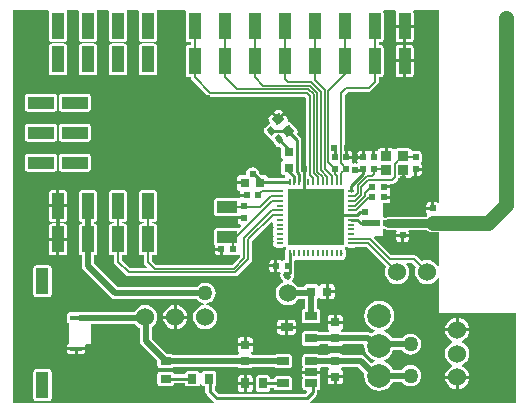
<source format=gtl>
G04 Layer_Physical_Order=1*
G04 Layer_Color=255*
%FSLAX25Y25*%
%MOIN*%
G70*
G01*
G75*
%ADD10R,0.04016X0.08622*%
%ADD11R,0.08622X0.04016*%
%ADD12R,0.01968X0.02362*%
%ADD13R,0.02362X0.01968*%
%ADD14R,0.03937X0.02756*%
%ADD15R,0.03150X0.02953*%
%ADD16R,0.04000X0.03000*%
%ADD17R,0.02953X0.03150*%
%ADD18R,0.03000X0.03200*%
%ADD19R,0.02756X0.03543*%
%ADD20R,0.03543X0.02756*%
%ADD21R,0.18504X0.18504*%
%ADD22O,0.00787X0.02559*%
%ADD23O,0.02559X0.00787*%
G04:AMPARAMS|DCode=24|XSize=31.5mil|YSize=29.53mil|CornerRadius=0mil|HoleSize=0mil|Usage=FLASHONLY|Rotation=40.000|XOffset=0mil|YOffset=0mil|HoleType=Round|Shape=Rectangle|*
%AMROTATEDRECTD24*
4,1,4,-0.00257,-0.02143,-0.02155,0.00119,0.00257,0.02143,0.02155,-0.00119,-0.00257,-0.02143,0.0*
%
%ADD24ROTATEDRECTD24*%

G04:AMPARAMS|DCode=25|XSize=19.68mil|YSize=25.59mil|CornerRadius=0mil|HoleSize=0mil|Usage=FLASHONLY|Rotation=40.000|XOffset=0mil|YOffset=0mil|HoleType=Round|Shape=Rectangle|*
%AMROTATEDRECTD25*
4,1,4,0.00069,-0.01613,-0.01576,0.00348,-0.00069,0.01613,0.01576,-0.00348,0.00069,-0.01613,0.0*
%
%ADD25ROTATEDRECTD25*%

%ADD26R,0.07087X0.03937*%
%ADD27R,0.02559X0.01968*%
%ADD28R,0.03740X0.03347*%
%ADD29R,0.03937X0.01772*%
%ADD30C,0.00900*%
%ADD31C,0.01000*%
%ADD32C,0.01968*%
%ADD33C,0.01500*%
%ADD34C,0.00598*%
%ADD35C,0.05000*%
%ADD36C,0.03000*%
%ADD37C,0.00600*%
%ADD38C,0.02000*%
%ADD39C,0.01100*%
%ADD40C,0.00800*%
%ADD41C,0.06000*%
%ADD42C,0.07874*%
%ADD43C,0.05000*%
%ADD44C,0.02400*%
%ADD45C,0.02598*%
G36*
X-8979Y19367D02*
X-8198Y19211D01*
X-5489D01*
X-5382Y19106D01*
X-5155Y18711D01*
X-5204Y18463D01*
Y17782D01*
X-1197D01*
Y18463D01*
X-1246Y18711D01*
X-1018Y19106D01*
X-912Y19211D01*
X4583D01*
X4660Y19111D01*
X5287Y18630D01*
X6016Y18328D01*
X6800Y18225D01*
X9000D01*
Y7102D01*
X8500Y7003D01*
X8494Y7017D01*
X7853Y7853D01*
X7017Y8494D01*
X6044Y8897D01*
X5000Y9035D01*
X3956Y8897D01*
X3264Y8610D01*
X1437Y10437D01*
X1007Y10725D01*
X500Y10825D01*
X-6951D01*
X-12589Y16463D01*
X-12398Y16925D01*
X-9700D01*
Y19247D01*
X-9200Y19514D01*
X-8979Y19367D01*
D02*
G37*
G36*
X-75541Y92360D02*
X-75334Y91874D01*
X-75450Y91701D01*
X-75528Y91311D01*
Y82689D01*
X-75450Y82299D01*
X-75229Y81968D01*
X-74898Y81747D01*
X-74508Y81669D01*
X-73825D01*
Y80795D01*
X-74508D01*
X-74898Y80718D01*
X-75229Y80497D01*
X-75450Y80166D01*
X-75528Y79776D01*
Y71153D01*
X-75450Y70763D01*
X-75229Y70433D01*
X-74898Y70212D01*
X-74508Y70134D01*
X-74291D01*
X-73825Y70000D01*
X-73724Y69493D01*
X-73437Y69063D01*
X-68238Y63865D01*
X-67809Y63578D01*
X-67302Y63477D01*
X-67301Y63477D01*
X-35630D01*
X-35325Y63172D01*
Y37792D01*
X-35717Y37489D01*
X-36181Y37637D01*
X-36248Y37929D01*
X-36346Y38423D01*
X-36666Y38903D01*
X-36922Y39158D01*
Y49121D01*
X-37034Y49686D01*
X-37355Y50166D01*
X-38398Y51210D01*
X-38229Y51420D01*
X-38118Y51802D01*
X-38161Y52197D01*
X-38353Y52546D01*
X-40251Y54808D01*
X-40561Y55057D01*
X-40943Y55168D01*
X-41295Y55130D01*
X-41486Y55313D01*
X-41633Y55534D01*
X-41534Y55874D01*
X-41578Y56269D01*
X-41769Y56618D01*
X-42397Y57366D01*
X-44384Y55698D01*
X-44705Y56081D01*
X-45088Y55760D01*
X-46693Y57672D01*
X-47516Y56981D01*
X-47765Y56671D01*
X-47877Y56289D01*
X-47833Y55893D01*
X-47642Y55545D01*
X-47291Y55126D01*
X-47467Y54558D01*
X-47623Y54472D01*
X-49131Y53207D01*
X-49380Y52896D01*
X-49492Y52514D01*
X-49448Y52119D01*
X-49257Y51770D01*
X-47612Y49810D01*
X-47302Y49561D01*
X-47070Y49493D01*
X-47044Y49254D01*
X-46853Y48905D01*
X-45208Y46945D01*
X-44897Y46696D01*
X-44516Y46584D01*
X-44142Y46625D01*
X-43694Y46177D01*
Y43627D01*
X-43617Y43237D01*
X-43396Y42906D01*
X-43101Y42709D01*
X-43073Y42446D01*
X-43101Y42182D01*
X-43396Y41985D01*
X-43617Y41655D01*
X-43694Y41265D01*
Y38312D01*
X-43617Y37922D01*
X-43396Y37591D01*
X-43065Y37370D01*
X-42675Y37292D01*
X-42498D01*
X-42234Y36815D01*
X-42412Y36515D01*
X-48089D01*
X-48124Y36690D01*
X-48345Y37021D01*
X-48676Y37242D01*
X-49066Y37320D01*
X-50385D01*
X-50985Y37920D01*
X-51112Y38560D01*
X-51598Y39288D01*
X-52326Y39774D01*
X-53184Y39945D01*
X-54043Y39774D01*
X-54770Y39288D01*
X-55257Y38560D01*
X-55427Y37702D01*
X-55741Y37320D01*
X-57334D01*
X-57724Y37242D01*
X-58055Y37021D01*
X-58276Y36690D01*
X-58354Y36300D01*
Y35225D01*
X-55858D01*
Y34225D01*
X-58354D01*
Y33151D01*
X-58276Y32760D01*
X-58055Y32430D01*
X-57724Y32209D01*
X-57721Y32208D01*
X-57340Y32023D01*
X-57363Y31643D01*
X-57369Y31610D01*
Y31125D01*
X-55169D01*
Y30125D01*
X-57369D01*
Y29960D01*
X-57436Y29870D01*
X-57849Y29594D01*
X-57850Y29594D01*
X-58057Y29635D01*
X-65143D01*
X-65534Y29557D01*
X-65864Y29336D01*
X-66085Y29005D01*
X-66163Y28615D01*
Y24678D01*
X-66085Y24288D01*
X-65864Y23957D01*
X-65534Y23736D01*
X-65143Y23659D01*
X-58057D01*
X-58004Y23615D01*
Y23557D01*
X-56000D01*
Y22557D01*
X-58004D01*
Y21876D01*
X-57926Y21486D01*
X-57705Y21155D01*
X-57374Y20934D01*
X-57257Y20910D01*
X-57093Y20368D01*
X-57733Y19728D01*
X-58057Y19792D01*
X-65143D01*
X-65534Y19715D01*
X-65864Y19494D01*
X-66085Y19163D01*
X-66163Y18773D01*
Y14836D01*
X-66085Y14446D01*
X-65864Y14115D01*
X-65692Y13999D01*
X-65769Y13610D01*
Y13125D01*
X-63569D01*
Y12625D01*
X-63069D01*
Y10622D01*
X-62388D01*
X-61997Y10699D01*
X-61990Y10704D01*
X-61600Y10889D01*
X-61210Y10704D01*
X-61203Y10699D01*
X-60813Y10622D01*
X-58451D01*
X-58060Y10699D01*
X-57916Y10796D01*
X-57681Y10911D01*
X-57226Y10774D01*
Y10147D01*
X-59921Y7452D01*
X-85254D01*
X-86675Y8874D01*
Y10579D01*
X-86083D01*
X-85693Y10656D01*
X-85362Y10877D01*
X-85141Y11208D01*
X-85063Y11598D01*
Y20221D01*
X-85141Y20611D01*
X-85362Y20941D01*
X-85693Y21162D01*
X-86083Y21240D01*
X-86675D01*
Y21760D01*
X-86083D01*
X-85693Y21837D01*
X-85362Y22059D01*
X-85141Y22389D01*
X-85063Y22780D01*
Y31402D01*
X-85141Y31792D01*
X-85362Y32122D01*
X-85693Y32344D01*
X-86083Y32421D01*
X-90098D01*
X-90489Y32344D01*
X-90819Y32122D01*
X-91040Y31792D01*
X-91118Y31402D01*
Y22780D01*
X-91040Y22389D01*
X-90819Y22059D01*
X-90489Y21837D01*
X-90098Y21760D01*
X-89325D01*
Y21240D01*
X-90098D01*
X-90489Y21162D01*
X-90819Y20941D01*
X-91040Y20611D01*
X-91118Y20221D01*
Y11598D01*
X-91040Y11208D01*
X-90819Y10877D01*
X-90489Y10656D01*
X-90098Y10579D01*
X-89325D01*
Y8325D01*
X-89325Y8325D01*
X-89224Y7818D01*
X-88937Y7389D01*
X-88264Y6716D01*
X-88455Y6254D01*
X-93881D01*
X-96675Y9049D01*
Y10579D01*
X-96083D01*
X-95692Y10656D01*
X-95362Y10877D01*
X-95141Y11208D01*
X-95063Y11598D01*
Y20221D01*
X-95141Y20611D01*
X-95362Y20941D01*
X-95692Y21162D01*
X-96083Y21240D01*
X-96675D01*
Y21760D01*
X-96083D01*
X-95692Y21837D01*
X-95362Y22059D01*
X-95141Y22389D01*
X-95063Y22780D01*
Y31402D01*
X-95141Y31792D01*
X-95362Y32122D01*
X-95692Y32344D01*
X-96083Y32421D01*
X-100098D01*
X-100489Y32344D01*
X-100819Y32122D01*
X-101040Y31792D01*
X-101118Y31402D01*
Y22780D01*
X-101040Y22389D01*
X-100819Y22059D01*
X-100489Y21837D01*
X-100098Y21760D01*
X-99325D01*
Y21240D01*
X-100098D01*
X-100489Y21162D01*
X-100819Y20941D01*
X-101040Y20611D01*
X-101118Y20221D01*
Y11598D01*
X-101040Y11208D01*
X-100819Y10877D01*
X-100489Y10656D01*
X-100098Y10579D01*
X-99325D01*
Y8500D01*
X-99325Y8500D01*
X-99224Y7993D01*
X-98937Y7563D01*
X-95366Y3993D01*
X-95366Y3993D01*
X-94936Y3706D01*
X-94429Y3605D01*
X-58876D01*
X-58876Y3605D01*
X-58369Y3706D01*
X-57939Y3993D01*
X-53646Y8286D01*
X-53646Y8286D01*
X-53359Y8715D01*
X-53258Y9222D01*
Y15360D01*
X-47045Y21573D01*
X-46403Y21526D01*
X-46308Y21407D01*
X-46416Y20863D01*
X-46308Y20319D01*
X-46145Y20076D01*
X-46308Y19832D01*
X-46416Y19288D01*
X-46308Y18745D01*
X-46145Y18501D01*
X-46308Y18257D01*
X-46416Y17714D01*
X-46308Y17170D01*
X-46145Y16926D01*
X-46308Y16683D01*
X-46416Y16139D01*
X-46308Y15595D01*
X-46145Y15351D01*
X-46308Y15108D01*
X-46416Y14564D01*
X-46308Y14020D01*
X-46000Y13559D01*
X-45539Y13251D01*
X-44995Y13143D01*
X-43224D01*
X-42680Y13251D01*
X-42329Y13486D01*
X-42173Y13252D01*
X-41940Y13097D01*
X-42174Y12746D01*
X-42282Y12202D01*
Y11605D01*
X-42340Y11316D01*
Y9129D01*
X-42613D01*
X-43003Y9052D01*
X-43010Y9047D01*
X-43400Y8862D01*
X-43790Y9047D01*
X-43797Y9052D01*
X-44188Y9129D01*
X-44869D01*
Y7125D01*
Y5122D01*
X-44188D01*
X-44062Y5147D01*
X-43759Y4700D01*
X-43913Y3925D01*
X-43759Y3151D01*
X-43321Y2495D01*
X-43229Y2403D01*
X-43186Y2339D01*
X-43123Y2297D01*
X-43053Y2227D01*
X-43090Y1671D01*
X-43517Y1494D01*
X-44353Y853D01*
X-44994Y17D01*
X-45397Y-956D01*
X-45535Y-2000D01*
X-45397Y-3044D01*
X-44994Y-4017D01*
X-44353Y-4853D01*
X-43517Y-5494D01*
X-42544Y-5897D01*
X-41500Y-6035D01*
X-40456Y-5897D01*
X-39483Y-5494D01*
X-38647Y-4853D01*
X-38010Y-4023D01*
X-35623D01*
Y-7060D01*
X-35990Y-7133D01*
X-36321Y-7354D01*
X-36542Y-7684D01*
X-36620Y-8075D01*
Y-11075D01*
X-36542Y-11465D01*
X-36321Y-11796D01*
X-35990Y-12017D01*
X-35600Y-12094D01*
X-31600D01*
X-31210Y-12017D01*
X-30879Y-11796D01*
X-30658Y-11465D01*
X-30580Y-11075D01*
Y-8075D01*
X-30658Y-7684D01*
X-30879Y-7354D01*
X-31210Y-7133D01*
X-31577Y-7060D01*
Y-3874D01*
X-31460Y-3796D01*
X-31264Y-3501D01*
X-31000Y-3473D01*
X-30737Y-3501D01*
X-30540Y-3796D01*
X-30209Y-4017D01*
X-29819Y-4094D01*
X-28843D01*
Y-1500D01*
Y1094D01*
X-29819D01*
X-30209Y1017D01*
X-30540Y796D01*
X-30737Y502D01*
X-31000Y473D01*
X-31264Y502D01*
X-31460Y796D01*
X-31791Y1017D01*
X-32181Y1094D01*
X-35134D01*
X-35524Y1017D01*
X-35855Y796D01*
X-36076Y465D01*
X-36153Y75D01*
Y23D01*
X-38010D01*
X-38647Y853D01*
X-39483Y1494D01*
X-39896Y1665D01*
X-39979Y2241D01*
X-39631Y2761D01*
X-39588Y2977D01*
X-39528Y3067D01*
X-39357Y3925D01*
X-39443Y4360D01*
X-39383Y4664D01*
Y5640D01*
X-39309Y5751D01*
X-39231Y6141D01*
Y8110D01*
X-39309Y8500D01*
X-39329Y8530D01*
X-39322Y8607D01*
X-39179Y9031D01*
X-38743Y9117D01*
X-38499Y9280D01*
X-38256Y9117D01*
X-37712Y9009D01*
X-37168Y9117D01*
X-36924Y9280D01*
X-36681Y9117D01*
X-36137Y9009D01*
X-35593Y9117D01*
X-35350Y9280D01*
X-35106Y9117D01*
X-34562Y9009D01*
X-34018Y9117D01*
X-33775Y9280D01*
X-33531Y9117D01*
X-32987Y9009D01*
X-32444Y9117D01*
X-32200Y9280D01*
X-31956Y9117D01*
X-31413Y9009D01*
X-30869Y9117D01*
X-30625Y9280D01*
X-30382Y9117D01*
X-29838Y9009D01*
X-29294Y9117D01*
X-29050Y9280D01*
X-28807Y9117D01*
X-28263Y9009D01*
X-27719Y9117D01*
X-27476Y9280D01*
X-27232Y9117D01*
X-26688Y9009D01*
X-26144Y9117D01*
X-25901Y9280D01*
X-25657Y9117D01*
X-25113Y9009D01*
X-24570Y9117D01*
X-24326Y9280D01*
X-24082Y9117D01*
X-23539Y9009D01*
X-22995Y9117D01*
X-22534Y9425D01*
X-22226Y9886D01*
X-22118Y10430D01*
Y12202D01*
X-22226Y12746D01*
X-22460Y13097D01*
X-22227Y13252D01*
X-22071Y13486D01*
X-21720Y13251D01*
X-21176Y13143D01*
X-19405D01*
X-18920Y13239D01*
X-15114D01*
X-8610Y6736D01*
X-8897Y6044D01*
X-9035Y5000D01*
X-8897Y3956D01*
X-8494Y2983D01*
X-7853Y2147D01*
X-7017Y1506D01*
X-6044Y1103D01*
X-5000Y965D01*
X-3956Y1103D01*
X-2983Y1506D01*
X-2147Y2147D01*
X-1506Y2983D01*
X-1103Y3956D01*
X-965Y5000D01*
X-1103Y6044D01*
X-1506Y7017D01*
X-2010Y7675D01*
X-1781Y8174D01*
X-49D01*
X1390Y6736D01*
X1103Y6044D01*
X965Y5000D01*
X1103Y3956D01*
X1506Y2983D01*
X2147Y2147D01*
X2983Y1506D01*
X3956Y1103D01*
X5000Y965D01*
X6044Y1103D01*
X7017Y1506D01*
X7853Y2147D01*
X8494Y2983D01*
X8500Y2997D01*
X9000Y2898D01*
Y-8500D01*
X34474Y-8500D01*
Y-38675D01*
X-33895D01*
X-34046Y-38175D01*
X-34019Y-38156D01*
X-32019Y-36156D01*
X-31687Y-35660D01*
X-31571Y-35075D01*
Y-34440D01*
X-31241Y-34375D01*
X-30911Y-34154D01*
X-30689Y-33823D01*
X-30612Y-33433D01*
Y-30677D01*
X-30689Y-30287D01*
X-30758Y-30185D01*
X-30689Y-30083D01*
X-30612Y-29693D01*
Y-28815D01*
X-33600D01*
X-36588D01*
Y-29693D01*
X-36511Y-30083D01*
X-36442Y-30185D01*
X-36511Y-30287D01*
X-36588Y-30677D01*
Y-33433D01*
X-36511Y-33823D01*
X-36290Y-34154D01*
X-35959Y-34375D01*
X-35568Y-34452D01*
X-35294D01*
X-35103Y-34914D01*
X-35734Y-35545D01*
X-64467D01*
X-65820Y-34191D01*
Y-33016D01*
X-65529Y-32821D01*
X-65308Y-32490D01*
X-65230Y-32100D01*
Y-28900D01*
X-65308Y-28510D01*
X-65529Y-28179D01*
X-65860Y-27958D01*
X-66250Y-27880D01*
X-69250D01*
X-69640Y-27958D01*
X-69971Y-28179D01*
X-70192Y-28510D01*
X-70245Y-28777D01*
X-70755D01*
X-70808Y-28510D01*
X-71029Y-28179D01*
X-71360Y-27958D01*
X-71750Y-27880D01*
X-74750D01*
X-75140Y-27958D01*
X-75471Y-28179D01*
X-75692Y-28510D01*
X-75770Y-28900D01*
Y-28998D01*
X-79339D01*
X-79386Y-28759D01*
X-79607Y-28428D01*
X-79938Y-28207D01*
X-80328Y-28130D01*
X-83872D01*
X-84262Y-28207D01*
X-84593Y-28428D01*
X-84814Y-28759D01*
X-84891Y-29149D01*
Y-31905D01*
X-84814Y-32295D01*
X-84593Y-32626D01*
X-84262Y-32847D01*
X-83872Y-32925D01*
X-80328D01*
X-79938Y-32847D01*
X-79607Y-32626D01*
X-79386Y-32295D01*
X-79339Y-32057D01*
X-75770D01*
Y-32100D01*
X-75692Y-32490D01*
X-75471Y-32821D01*
X-75140Y-33042D01*
X-74750Y-33119D01*
X-71750D01*
X-71360Y-33042D01*
X-71029Y-32821D01*
X-70808Y-32490D01*
X-70755Y-32223D01*
X-70245D01*
X-70192Y-32490D01*
X-69971Y-32821D01*
X-69640Y-33042D01*
X-69250Y-33119D01*
X-68879D01*
Y-34825D01*
X-68763Y-35410D01*
X-68431Y-35906D01*
X-66181Y-38156D01*
X-66154Y-38175D01*
X-66305Y-38675D01*
X-133175D01*
Y92374D01*
X-121252D01*
X-120985Y91874D01*
X-121040Y91792D01*
X-121118Y91402D01*
Y82780D01*
X-121040Y82389D01*
X-120819Y82059D01*
X-120489Y81837D01*
X-120098Y81760D01*
X-116083D01*
X-115692Y81837D01*
X-115362Y82059D01*
X-115141Y82389D01*
X-115063Y82780D01*
Y91402D01*
X-115141Y91792D01*
X-115196Y91874D01*
X-114929Y92374D01*
X-111252D01*
X-110985Y91874D01*
X-111040Y91792D01*
X-111118Y91402D01*
Y82780D01*
X-111040Y82389D01*
X-110819Y82059D01*
X-110489Y81837D01*
X-110098Y81760D01*
X-106083D01*
X-105693Y81837D01*
X-105362Y82059D01*
X-105141Y82389D01*
X-105063Y82780D01*
Y91402D01*
X-105141Y91792D01*
X-105196Y91874D01*
X-104929Y92374D01*
X-101252D01*
X-100985Y91874D01*
X-101040Y91792D01*
X-101118Y91402D01*
Y82780D01*
X-101040Y82389D01*
X-100819Y82059D01*
X-100489Y81837D01*
X-100098Y81760D01*
X-96083D01*
X-95692Y81837D01*
X-95362Y82059D01*
X-95141Y82389D01*
X-95063Y82780D01*
Y91402D01*
X-95141Y91792D01*
X-95196Y91874D01*
X-94929Y92374D01*
X-91252D01*
X-90985Y91874D01*
X-91040Y91792D01*
X-91118Y91402D01*
Y82780D01*
X-91040Y82389D01*
X-90819Y82059D01*
X-90489Y81837D01*
X-90098Y81760D01*
X-86083D01*
X-85693Y81837D01*
X-85362Y82059D01*
X-85141Y82389D01*
X-85063Y82780D01*
Y91402D01*
X-85141Y91792D01*
X-85196Y91874D01*
X-84929Y92374D01*
X-75555D01*
X-75541Y92360D01*
D02*
G37*
G36*
X9000Y28280D02*
X8505Y28121D01*
X8174Y28342D01*
X7784Y28420D01*
X7300D01*
Y26219D01*
X6800D01*
Y25719D01*
X4796D01*
Y25038D01*
X4873Y24648D01*
X5088Y24326D01*
X5096Y24314D01*
X5114Y24273D01*
X5089Y23719D01*
X4660Y23390D01*
X4583Y23290D01*
X-8198D01*
X-8979Y23135D01*
X-9200Y22987D01*
X-9700Y23254D01*
Y28022D01*
X-8251D01*
X-7860Y28099D01*
X-7530Y28320D01*
X-7309Y28651D01*
X-7231Y29041D01*
Y29525D01*
X-9432D01*
Y30525D01*
X-7231D01*
Y31010D01*
X-7309Y31400D01*
X-7506Y31775D01*
X-7309Y32151D01*
X-7231Y32541D01*
Y33025D01*
X-9432D01*
Y34025D01*
X-7231D01*
Y34400D01*
X-6801D01*
X-6294Y34501D01*
X-5864Y34789D01*
X-4864Y35789D01*
X-4576Y36219D01*
X-4546Y36370D01*
X-3446D01*
Y39062D01*
X-2446D01*
Y36370D01*
X-1076D01*
X-686Y36447D01*
X-355Y36668D01*
X-134Y36999D01*
X-91Y37218D01*
X215Y37157D01*
X699D01*
Y39358D01*
X1199D01*
Y39858D01*
X3203D01*
Y40539D01*
X3125Y40929D01*
X3121Y40936D01*
X2936Y41326D01*
X3121Y41716D01*
X3125Y41723D01*
X3203Y42114D01*
Y44476D01*
X3125Y44866D01*
X2904Y45197D01*
X2574Y45418D01*
X2183Y45495D01*
X215D01*
X-91Y45434D01*
X-134Y45653D01*
X-355Y45984D01*
X-686Y46205D01*
X-1076Y46283D01*
X-4817D01*
X-5207Y46205D01*
X-5537Y45984D01*
X-6064D01*
X-6395Y46205D01*
X-6785Y46283D01*
X-8155D01*
Y43590D01*
X-9155D01*
Y46283D01*
X-10525D01*
X-10915Y46205D01*
X-11246Y45984D01*
X-11467Y45653D01*
X-11511Y45434D01*
X-11817Y45495D01*
X-12301D01*
Y43295D01*
X-13301D01*
Y45495D01*
X-13785D01*
X-14175Y45418D01*
X-14551Y45220D01*
X-14926Y45418D01*
X-15317Y45495D01*
X-15801D01*
Y43295D01*
X-16301D01*
Y42795D01*
X-18305D01*
Y42114D01*
X-18227Y41723D01*
X-18222Y41716D01*
X-18147Y41557D01*
X-18437Y41137D01*
X-19101Y41269D01*
X-19765Y41137D01*
X-20055Y41557D01*
X-19979Y41716D01*
X-19975Y41723D01*
X-19897Y42114D01*
Y42795D01*
X-21901D01*
Y43295D01*
X-22401D01*
Y45495D01*
X-22475D01*
Y58200D01*
X-22476Y58204D01*
Y64151D01*
X-21451Y65175D01*
X-14500D01*
X-14500Y65175D01*
X-13993Y65276D01*
X-13563Y65563D01*
X-11563Y67563D01*
X-11563Y67563D01*
X-11276Y67993D01*
X-11175Y68500D01*
X-11175Y68500D01*
Y70134D01*
X-10492D01*
X-10102Y70212D01*
X-9771Y70433D01*
X-9550Y70763D01*
X-9472Y71153D01*
Y79776D01*
X-9550Y80166D01*
X-9771Y80497D01*
X-10102Y80718D01*
X-10492Y80795D01*
X-11175D01*
Y81669D01*
X-10492D01*
X-10102Y81747D01*
X-9771Y81968D01*
X-9550Y82299D01*
X-9472Y82689D01*
Y91311D01*
X-9550Y91701D01*
X-9666Y91874D01*
X-9459Y92360D01*
X-9444Y92374D01*
X-5556D01*
X-5541Y92360D01*
X-5334Y91874D01*
X-5450Y91701D01*
X-5528Y91311D01*
Y87500D01*
X-2500D01*
X527D01*
Y91311D01*
X450Y91701D01*
X334Y91874D01*
X541Y92360D01*
X556Y92374D01*
X9000D01*
Y28280D01*
D02*
G37*
%LPC*%
G36*
X-1197Y16782D02*
X-2700D01*
Y15081D01*
X-2216D01*
X-1826Y15159D01*
X-1495Y15380D01*
X-1274Y15711D01*
X-1197Y16101D01*
Y16782D01*
D02*
G37*
G36*
X-3700D02*
X-5204D01*
Y16101D01*
X-5127Y15711D01*
X-4906Y15380D01*
X-4575Y15159D01*
X-4185Y15081D01*
X-3700D01*
Y16782D01*
D02*
G37*
G36*
X14500Y-10283D02*
X13956Y-10355D01*
X12983Y-10758D01*
X12147Y-11399D01*
X11506Y-12235D01*
X11103Y-13208D01*
X11031Y-13752D01*
X14500D01*
Y-10283D01*
D02*
G37*
G36*
X-75031Y-10500D02*
X-78500D01*
Y-13969D01*
X-77956Y-13897D01*
X-76983Y-13494D01*
X-76147Y-12853D01*
X-75506Y-12017D01*
X-75103Y-11044D01*
X-75031Y-10500D01*
D02*
G37*
G36*
X-42368Y-10795D02*
X-43868D01*
X-44258Y-10873D01*
X-44589Y-11094D01*
X-44810Y-11425D01*
X-44887Y-11815D01*
Y-12815D01*
X-42368D01*
Y-10795D01*
D02*
G37*
G36*
X15500Y-10283D02*
Y-13752D01*
X18969D01*
X18897Y-13208D01*
X18494Y-12235D01*
X17853Y-11399D01*
X17017Y-10758D01*
X16044Y-10355D01*
X15500Y-10283D01*
D02*
G37*
G36*
X-11000Y-4520D02*
X-12289Y-4690D01*
X-13490Y-5187D01*
X-14521Y-5979D01*
X-15313Y-7010D01*
X-15810Y-8211D01*
X-15980Y-9500D01*
X-15810Y-10789D01*
X-15313Y-11990D01*
X-14521Y-13021D01*
X-13490Y-13813D01*
X-12483Y-14229D01*
Y-14771D01*
X-13490Y-15188D01*
X-13659Y-15317D01*
X-13826Y-15205D01*
X-14600Y-15052D01*
X-23188D01*
X-23304Y-14877D01*
X-23599Y-14681D01*
X-23628Y-14417D01*
X-23599Y-14154D01*
X-23304Y-13957D01*
X-23083Y-13626D01*
X-23006Y-13236D01*
Y-12260D01*
X-28194D01*
Y-13236D01*
X-28117Y-13626D01*
X-27896Y-13957D01*
X-27601Y-14154D01*
X-27573Y-14417D01*
X-27601Y-14681D01*
X-27896Y-14877D01*
X-28012Y-15052D01*
X-30734D01*
X-30879Y-14834D01*
X-31210Y-14613D01*
X-31600Y-14535D01*
X-35600D01*
X-35990Y-14613D01*
X-36321Y-14834D01*
X-36542Y-15165D01*
X-36620Y-15555D01*
Y-18555D01*
X-36542Y-18945D01*
X-36321Y-19276D01*
X-35990Y-19497D01*
X-35600Y-19575D01*
X-31600D01*
X-31210Y-19497D01*
X-30879Y-19276D01*
X-30760Y-19098D01*
X-28012D01*
X-27896Y-19272D01*
X-27565Y-19493D01*
X-27175Y-19571D01*
X-24025D01*
X-23635Y-19493D01*
X-23304Y-19272D01*
X-23188Y-19098D01*
X-16306D01*
X-15976Y-19474D01*
X-15980Y-19500D01*
X-15810Y-20789D01*
X-15313Y-21990D01*
X-14521Y-23021D01*
X-13490Y-23812D01*
X-12483Y-24229D01*
Y-24771D01*
X-13490Y-25188D01*
X-13567Y-25247D01*
X-15669Y-23144D01*
X-16326Y-22705D01*
X-17100Y-22551D01*
X-23188D01*
X-23304Y-22377D01*
X-23635Y-22156D01*
X-24025Y-22079D01*
X-27175D01*
X-27565Y-22156D01*
X-27896Y-22377D01*
X-28012Y-22551D01*
X-30860D01*
X-30911Y-22476D01*
X-31241Y-22255D01*
X-31631Y-22177D01*
X-35568D01*
X-35959Y-22255D01*
X-36290Y-22476D01*
X-36511Y-22806D01*
X-36588Y-23197D01*
Y-25953D01*
X-36511Y-26343D01*
X-36442Y-26445D01*
X-36511Y-26546D01*
X-36588Y-26937D01*
Y-27815D01*
X-33600D01*
X-30612D01*
Y-26937D01*
X-30334Y-26598D01*
X-28012D01*
X-27896Y-26772D01*
X-27601Y-26969D01*
X-27573Y-27232D01*
X-27601Y-27496D01*
X-27896Y-27692D01*
X-28117Y-28023D01*
X-28194Y-28413D01*
Y-29390D01*
X-25600D01*
X-23006D01*
Y-28413D01*
X-23083Y-28023D01*
X-23304Y-27692D01*
X-23599Y-27496D01*
X-23628Y-27232D01*
X-23599Y-26969D01*
X-23304Y-26772D01*
X-23188Y-26598D01*
X-17938D01*
X-15870Y-28666D01*
X-15980Y-29500D01*
X-15810Y-30789D01*
X-15313Y-31990D01*
X-14521Y-33021D01*
X-13490Y-33812D01*
X-12289Y-34310D01*
X-11000Y-34480D01*
X-9711Y-34310D01*
X-8510Y-33812D01*
X-7479Y-33021D01*
X-6688Y-31990D01*
X-6494Y-31523D01*
X-3359D01*
X-2996Y-31996D01*
X-2265Y-32557D01*
X-1414Y-32910D01*
X-500Y-33030D01*
X414Y-32910D01*
X1265Y-32557D01*
X1996Y-31996D01*
X2557Y-31265D01*
X2910Y-30414D01*
X3030Y-29500D01*
X2910Y-28586D01*
X2557Y-27735D01*
X1996Y-27004D01*
X1265Y-26443D01*
X414Y-26090D01*
X-500Y-25970D01*
X-1414Y-26090D01*
X-2265Y-26443D01*
X-2996Y-27004D01*
X-3359Y-27477D01*
X-6494D01*
X-6688Y-27010D01*
X-7479Y-25979D01*
X-8510Y-25188D01*
X-9517Y-24771D01*
Y-24229D01*
X-8510Y-23812D01*
X-7479Y-23021D01*
X-6688Y-21990D01*
X-6287Y-21023D01*
X-3359D01*
X-2996Y-21496D01*
X-2265Y-22057D01*
X-1414Y-22410D01*
X-500Y-22530D01*
X414Y-22410D01*
X1265Y-22057D01*
X1996Y-21496D01*
X2557Y-20765D01*
X2910Y-19914D01*
X3030Y-19000D01*
X2910Y-18086D01*
X2557Y-17235D01*
X1996Y-16504D01*
X1265Y-15943D01*
X414Y-15590D01*
X-500Y-15470D01*
X-1414Y-15590D01*
X-2265Y-15943D01*
X-2996Y-16504D01*
X-3359Y-16977D01*
X-6713D01*
X-7479Y-15979D01*
X-8510Y-15188D01*
X-9517Y-14771D01*
Y-14229D01*
X-8510Y-13813D01*
X-7479Y-13021D01*
X-6688Y-11990D01*
X-6190Y-10789D01*
X-6020Y-9500D01*
X-6190Y-8211D01*
X-6688Y-7010D01*
X-7479Y-5979D01*
X-8510Y-5187D01*
X-9711Y-4690D01*
X-11000Y-4520D01*
D02*
G37*
G36*
X-38848Y-13815D02*
X-41368D01*
Y-15834D01*
X-39868D01*
X-39478Y-15757D01*
X-39147Y-15536D01*
X-38926Y-15205D01*
X-38848Y-14815D01*
Y-13815D01*
D02*
G37*
G36*
X-79500Y-10500D02*
X-82969D01*
X-82897Y-11044D01*
X-82494Y-12017D01*
X-81853Y-12853D01*
X-81017Y-13494D01*
X-80044Y-13897D01*
X-79500Y-13969D01*
Y-10500D01*
D02*
G37*
G36*
X-106083Y32421D02*
X-110098D01*
X-110489Y32344D01*
X-110819Y32122D01*
X-111040Y31792D01*
X-111118Y31402D01*
Y22780D01*
X-111040Y22389D01*
X-110819Y22059D01*
X-110489Y21837D01*
X-110098Y21760D01*
X-110023D01*
Y21240D01*
X-110098D01*
X-110489Y21162D01*
X-110819Y20941D01*
X-111040Y20611D01*
X-111118Y20221D01*
Y11598D01*
X-111040Y11208D01*
X-110819Y10877D01*
X-110489Y10656D01*
X-110098Y10579D01*
X-110023D01*
Y7000D01*
X-109869Y6226D01*
X-109431Y5569D01*
X-100431Y-3431D01*
X-99774Y-3869D01*
X-99000Y-4023D01*
X-71859D01*
X-71496Y-4496D01*
X-70765Y-5057D01*
X-69914Y-5410D01*
X-69262Y-5496D01*
Y-6000D01*
X-70044Y-6103D01*
X-71017Y-6506D01*
X-71853Y-7147D01*
X-72494Y-7983D01*
X-72897Y-8956D01*
X-73035Y-10000D01*
X-72897Y-11044D01*
X-72494Y-12017D01*
X-71853Y-12853D01*
X-71017Y-13494D01*
X-70044Y-13897D01*
X-69000Y-14035D01*
X-67956Y-13897D01*
X-66983Y-13494D01*
X-66147Y-12853D01*
X-65506Y-12017D01*
X-65103Y-11044D01*
X-64965Y-10000D01*
X-65103Y-8956D01*
X-65506Y-7983D01*
X-66147Y-7147D01*
X-66983Y-6506D01*
X-67956Y-6103D01*
X-68738Y-6000D01*
Y-5496D01*
X-68086Y-5410D01*
X-67235Y-5057D01*
X-66504Y-4496D01*
X-65943Y-3765D01*
X-65590Y-2914D01*
X-65470Y-2000D01*
X-65590Y-1086D01*
X-65943Y-235D01*
X-66504Y496D01*
X-67235Y1057D01*
X-68086Y1410D01*
X-69000Y1530D01*
X-69914Y1410D01*
X-70765Y1057D01*
X-71496Y496D01*
X-71859Y23D01*
X-98162D01*
X-105977Y7838D01*
Y10600D01*
X-105693Y10656D01*
X-105362Y10877D01*
X-105141Y11208D01*
X-105063Y11598D01*
Y20221D01*
X-105141Y20611D01*
X-105362Y20941D01*
X-105693Y21162D01*
X-105977Y21219D01*
Y21781D01*
X-105693Y21837D01*
X-105362Y22059D01*
X-105141Y22389D01*
X-105063Y22780D01*
Y31402D01*
X-105141Y31792D01*
X-105362Y32122D01*
X-105693Y32344D01*
X-106083Y32421D01*
D02*
G37*
G36*
X-25847Y-2000D02*
X-27843D01*
Y-4094D01*
X-26866D01*
X-26476Y-4017D01*
X-26145Y-3796D01*
X-25924Y-3465D01*
X-25847Y-3075D01*
Y-2000D01*
D02*
G37*
G36*
X-78500Y-6031D02*
Y-9500D01*
X-75031D01*
X-75103Y-8956D01*
X-75506Y-7983D01*
X-76147Y-7147D01*
X-76983Y-6506D01*
X-77956Y-6103D01*
X-78500Y-6031D01*
D02*
G37*
G36*
X-26866Y1094D02*
X-27843D01*
Y-1000D01*
X-25847D01*
Y75D01*
X-25924Y465D01*
X-26145Y796D01*
X-26476Y1017D01*
X-26866Y1094D01*
D02*
G37*
G36*
X-121213Y7272D02*
X-125228D01*
X-125619Y7194D01*
X-125949Y6973D01*
X-126170Y6642D01*
X-126248Y6252D01*
Y-2370D01*
X-126170Y-2760D01*
X-125949Y-3091D01*
X-125619Y-3312D01*
X-125228Y-3390D01*
X-121213D01*
X-120822Y-3312D01*
X-120492Y-3091D01*
X-120271Y-2760D01*
X-120193Y-2370D01*
Y6252D01*
X-120271Y6642D01*
X-120492Y6973D01*
X-120822Y7194D01*
X-121213Y7272D01*
D02*
G37*
G36*
X-26100Y-9264D02*
X-27175D01*
X-27565Y-9341D01*
X-27896Y-9562D01*
X-28117Y-9893D01*
X-28194Y-10283D01*
Y-11260D01*
X-26100D01*
Y-9264D01*
D02*
G37*
G36*
X-39868Y-10795D02*
X-41368D01*
Y-12815D01*
X-38848D01*
Y-11815D01*
X-38926Y-11425D01*
X-39147Y-11094D01*
X-39478Y-10873D01*
X-39868Y-10795D01*
D02*
G37*
G36*
X-79500Y-6031D02*
X-80044Y-6103D01*
X-81017Y-6506D01*
X-81853Y-7147D01*
X-82494Y-7983D01*
X-82897Y-8956D01*
X-82969Y-9500D01*
X-79500D01*
Y-6031D01*
D02*
G37*
G36*
X-24025Y-9264D02*
X-25100D01*
Y-11260D01*
X-23006D01*
Y-10283D01*
X-23083Y-9893D01*
X-23304Y-9562D01*
X-23635Y-9341D01*
X-24025Y-9264D01*
D02*
G37*
G36*
X18969Y-30500D02*
X15500D01*
Y-33969D01*
X16044Y-33897D01*
X17017Y-33494D01*
X17853Y-32853D01*
X18494Y-32017D01*
X18897Y-31044D01*
X18969Y-30500D01*
D02*
G37*
G36*
X14500D02*
X11031D01*
X11103Y-31044D01*
X11506Y-32017D01*
X12147Y-32853D01*
X12983Y-33494D01*
X13956Y-33897D01*
X14500Y-33969D01*
Y-30500D01*
D02*
G37*
G36*
X-23006Y-30390D02*
X-25100D01*
Y-32386D01*
X-24025D01*
X-23635Y-32308D01*
X-23304Y-32087D01*
X-23083Y-31756D01*
X-23006Y-31366D01*
Y-30390D01*
D02*
G37*
G36*
X-26100D02*
X-28194D01*
Y-31366D01*
X-28117Y-31756D01*
X-27896Y-32087D01*
X-27565Y-32308D01*
X-27175Y-32386D01*
X-26100D01*
Y-30390D01*
D02*
G37*
G36*
X-56053Y-32575D02*
X-57950D01*
Y-33846D01*
X-57873Y-34236D01*
X-57652Y-34567D01*
X-57321Y-34788D01*
X-56931Y-34866D01*
X-56053D01*
Y-32575D01*
D02*
G37*
G36*
X-121213Y-27374D02*
X-125228D01*
X-125619Y-27452D01*
X-125949Y-27673D01*
X-126170Y-28003D01*
X-126248Y-28394D01*
Y-37016D01*
X-126170Y-37406D01*
X-125949Y-37737D01*
X-125619Y-37958D01*
X-125228Y-38035D01*
X-121213D01*
X-120822Y-37958D01*
X-120492Y-37737D01*
X-120271Y-37406D01*
X-120193Y-37016D01*
Y-28394D01*
X-120271Y-28003D01*
X-120492Y-27673D01*
X-120822Y-27452D01*
X-121213Y-27374D01*
D02*
G37*
G36*
X-48269Y-29283D02*
X-51025D01*
X-51415Y-29361D01*
X-51746Y-29582D01*
X-51967Y-29913D01*
X-52045Y-30303D01*
Y-33846D01*
X-51967Y-34236D01*
X-51746Y-34567D01*
X-51415Y-34788D01*
X-51025Y-34866D01*
X-48269D01*
X-47879Y-34788D01*
X-47548Y-34567D01*
X-47327Y-34236D01*
X-47250Y-33846D01*
Y-33604D01*
X-46003D01*
X-45959Y-33823D01*
X-45739Y-34154D01*
X-45408Y-34375D01*
X-45017Y-34452D01*
X-41080D01*
X-40690Y-34375D01*
X-40360Y-34154D01*
X-40139Y-33823D01*
X-40061Y-33433D01*
Y-30677D01*
X-40139Y-30287D01*
X-40360Y-29956D01*
X-40690Y-29735D01*
X-41080Y-29657D01*
X-45017D01*
X-45408Y-29735D01*
X-45739Y-29956D01*
X-45959Y-30287D01*
X-46011Y-30545D01*
X-47250D01*
Y-30303D01*
X-47327Y-29913D01*
X-47548Y-29582D01*
X-47879Y-29361D01*
X-48269Y-29283D01*
D02*
G37*
G36*
X-53155Y-32575D02*
X-55053D01*
Y-34866D01*
X-54175D01*
X-53785Y-34788D01*
X-53454Y-34567D01*
X-53233Y-34236D01*
X-53155Y-33846D01*
Y-32575D01*
D02*
G37*
G36*
X-56053Y-29283D02*
X-56931D01*
X-57321Y-29361D01*
X-57652Y-29582D01*
X-57873Y-29913D01*
X-57950Y-30303D01*
Y-31575D01*
X-56053D01*
Y-29283D01*
D02*
G37*
G36*
X-56100Y-16764D02*
X-57175D01*
X-57565Y-16841D01*
X-57896Y-17062D01*
X-58117Y-17393D01*
X-58194Y-17783D01*
Y-18760D01*
X-56100D01*
Y-16764D01*
D02*
G37*
G36*
X-109012Y-21000D02*
X-111500D01*
Y-22405D01*
X-110031D01*
X-109641Y-22328D01*
X-109310Y-22107D01*
X-109090Y-21776D01*
X-109012Y-21386D01*
Y-21000D01*
D02*
G37*
G36*
X-42368Y-13815D02*
X-44887D01*
Y-14815D01*
X-44810Y-15205D01*
X-44589Y-15536D01*
X-44258Y-15757D01*
X-43868Y-15834D01*
X-42368D01*
Y-13815D01*
D02*
G37*
G36*
X-54025Y-16764D02*
X-55100D01*
Y-18760D01*
X-53006D01*
Y-17783D01*
X-53083Y-17393D01*
X-53304Y-17062D01*
X-53635Y-16841D01*
X-54025Y-16764D01*
D02*
G37*
G36*
X18969Y-14752D02*
X11031D01*
X11103Y-15296D01*
X11506Y-16269D01*
X12147Y-17105D01*
X12983Y-17746D01*
X13399Y-17918D01*
Y-18460D01*
X12983Y-18632D01*
X12147Y-19273D01*
X11506Y-20109D01*
X11103Y-21082D01*
X10966Y-22126D01*
X11103Y-23170D01*
X11506Y-24143D01*
X12147Y-24979D01*
X12983Y-25620D01*
X13399Y-25792D01*
Y-26334D01*
X12983Y-26506D01*
X12147Y-27147D01*
X11506Y-27983D01*
X11103Y-28956D01*
X11031Y-29500D01*
X15000D01*
X18969D01*
X18897Y-28956D01*
X18494Y-27983D01*
X17853Y-27147D01*
X17017Y-26506D01*
X16601Y-26334D01*
Y-25792D01*
X17017Y-25620D01*
X17853Y-24979D01*
X18494Y-24143D01*
X18897Y-23170D01*
X19035Y-22126D01*
X18897Y-21082D01*
X18494Y-20109D01*
X17853Y-19273D01*
X17017Y-18632D01*
X16601Y-18460D01*
Y-17918D01*
X17017Y-17746D01*
X17853Y-17105D01*
X18494Y-16269D01*
X18897Y-15296D01*
X18969Y-14752D01*
D02*
G37*
G36*
X-54175Y-29283D02*
X-55053D01*
Y-31575D01*
X-53155D01*
Y-30303D01*
X-53233Y-29913D01*
X-53454Y-29582D01*
X-53785Y-29361D01*
X-54175Y-29283D01*
D02*
G37*
G36*
X-112500Y-21000D02*
X-114988D01*
Y-21386D01*
X-114910Y-21776D01*
X-114690Y-22107D01*
X-114359Y-22328D01*
X-113969Y-22405D01*
X-112500D01*
Y-21000D01*
D02*
G37*
G36*
X-89000Y-5965D02*
X-90044Y-6103D01*
X-91017Y-6506D01*
X-91853Y-7147D01*
X-92494Y-7983D01*
X-92574Y-8177D01*
X-110791D01*
X-111565Y-8331D01*
X-111606Y-8358D01*
X-113969D01*
X-114359Y-8436D01*
X-114690Y-8657D01*
X-114910Y-8988D01*
X-114988Y-9378D01*
Y-11150D01*
X-114910Y-11540D01*
X-114690Y-11871D01*
X-114500Y-11997D01*
Y-18767D01*
X-114690Y-18893D01*
X-114910Y-19224D01*
X-114988Y-19614D01*
Y-20000D01*
X-112000D01*
X-109012D01*
Y-19614D01*
X-109035Y-19500D01*
X-108684Y-19000D01*
X-107000D01*
Y-12223D01*
X-92336D01*
X-91853Y-12853D01*
X-91017Y-13494D01*
X-90724Y-13616D01*
Y-18021D01*
X-90570Y-18796D01*
X-90131Y-19452D01*
X-84891Y-24692D01*
Y-26000D01*
X-84814Y-26390D01*
X-84593Y-26721D01*
X-84262Y-26942D01*
X-83872Y-27019D01*
X-80328D01*
X-79938Y-26942D01*
X-79607Y-26721D01*
X-79557Y-26645D01*
X-57981D01*
X-57896Y-26772D01*
X-57565Y-26993D01*
X-57175Y-27071D01*
X-54025D01*
X-53635Y-26993D01*
X-53304Y-26772D01*
X-53188Y-26598D01*
X-45789D01*
X-45739Y-26673D01*
X-45408Y-26895D01*
X-45017Y-26972D01*
X-41080D01*
X-40690Y-26895D01*
X-40360Y-26673D01*
X-40139Y-26343D01*
X-40061Y-25953D01*
Y-23197D01*
X-40139Y-22806D01*
X-40360Y-22476D01*
X-40690Y-22255D01*
X-41080Y-22177D01*
X-45017D01*
X-45408Y-22255D01*
X-45739Y-22476D01*
X-45789Y-22551D01*
X-53188D01*
X-53304Y-22377D01*
X-53599Y-22181D01*
X-53628Y-21917D01*
X-53599Y-21654D01*
X-53304Y-21457D01*
X-53083Y-21126D01*
X-53006Y-20736D01*
Y-19760D01*
X-58194D01*
Y-20736D01*
X-58117Y-21126D01*
X-57896Y-21457D01*
X-57601Y-21654D01*
X-57573Y-21917D01*
X-57601Y-22181D01*
X-57896Y-22377D01*
X-58044Y-22599D01*
X-79557D01*
X-79607Y-22523D01*
X-79938Y-22302D01*
X-80328Y-22224D01*
X-81636D01*
X-86677Y-17183D01*
Y-13260D01*
X-86147Y-12853D01*
X-85506Y-12017D01*
X-85103Y-11044D01*
X-84965Y-10000D01*
X-85103Y-8956D01*
X-85506Y-7983D01*
X-86147Y-7147D01*
X-86983Y-6506D01*
X-87956Y-6103D01*
X-89000Y-5965D01*
D02*
G37*
G36*
X-45869Y6625D02*
X-47569D01*
Y6141D01*
X-47492Y5751D01*
X-47271Y5420D01*
X-46940Y5199D01*
X-46550Y5122D01*
X-45869D01*
Y6625D01*
D02*
G37*
G36*
X-108189Y64527D02*
X-116811D01*
X-117201Y64450D01*
X-117532Y64229D01*
X-117753Y63898D01*
X-117831Y63508D01*
Y59492D01*
X-117753Y59102D01*
X-117532Y58771D01*
X-117201Y58550D01*
X-116811Y58473D01*
X-108189D01*
X-107799Y58550D01*
X-107468Y58771D01*
X-107247Y59102D01*
X-107169Y59492D01*
Y63508D01*
X-107247Y63898D01*
X-107468Y64229D01*
X-107799Y64450D01*
X-108189Y64527D01*
D02*
G37*
G36*
X-119370D02*
X-127992D01*
X-128382Y64450D01*
X-128713Y64229D01*
X-128934Y63898D01*
X-129012Y63508D01*
Y59492D01*
X-128934Y59102D01*
X-128713Y58771D01*
X-128382Y58550D01*
X-127992Y58473D01*
X-119370D01*
X-118980Y58550D01*
X-118649Y58771D01*
X-118428Y59102D01*
X-118351Y59492D01*
Y63508D01*
X-118428Y63898D01*
X-118649Y64229D01*
X-118980Y64450D01*
X-119370Y64527D01*
D02*
G37*
G36*
Y54527D02*
X-127992D01*
X-128382Y54450D01*
X-128713Y54229D01*
X-128934Y53898D01*
X-129012Y53508D01*
Y49492D01*
X-128934Y49102D01*
X-128713Y48771D01*
X-128382Y48550D01*
X-127992Y48472D01*
X-119370D01*
X-118980Y48550D01*
X-118649Y48771D01*
X-118428Y49102D01*
X-118351Y49492D01*
Y53508D01*
X-118428Y53898D01*
X-118649Y54229D01*
X-118980Y54450D01*
X-119370Y54527D01*
D02*
G37*
G36*
X-44359Y59240D02*
X-44755Y59197D01*
X-45103Y59005D01*
X-45927Y58315D01*
X-44644Y56786D01*
X-43039Y58132D01*
X-43667Y58880D01*
X-43977Y59129D01*
X-44359Y59240D01*
D02*
G37*
G36*
X-108189Y54527D02*
X-116811D01*
X-117201Y54450D01*
X-117532Y54229D01*
X-117753Y53898D01*
X-117831Y53508D01*
Y49492D01*
X-117753Y49102D01*
X-117532Y48771D01*
X-117201Y48550D01*
X-116811Y48472D01*
X-108189D01*
X-107799Y48550D01*
X-107468Y48771D01*
X-107247Y49102D01*
X-107169Y49492D01*
Y53508D01*
X-107247Y53898D01*
X-107468Y54229D01*
X-107799Y54450D01*
X-108189Y54527D01*
D02*
G37*
G36*
X-106083Y81240D02*
X-110098D01*
X-110489Y81163D01*
X-110819Y80941D01*
X-111040Y80611D01*
X-111118Y80221D01*
Y71598D01*
X-111040Y71208D01*
X-110819Y70877D01*
X-110489Y70656D01*
X-110098Y70579D01*
X-106083D01*
X-105693Y70656D01*
X-105362Y70877D01*
X-105141Y71208D01*
X-105063Y71598D01*
Y80221D01*
X-105141Y80611D01*
X-105362Y80941D01*
X-105693Y81163D01*
X-106083Y81240D01*
D02*
G37*
G36*
X-116083D02*
X-120098D01*
X-120489Y81163D01*
X-120819Y80941D01*
X-121040Y80611D01*
X-121118Y80221D01*
Y71598D01*
X-121040Y71208D01*
X-120819Y70877D01*
X-120489Y70656D01*
X-120098Y70579D01*
X-116083D01*
X-115692Y70656D01*
X-115362Y70877D01*
X-115141Y71208D01*
X-115063Y71598D01*
Y80221D01*
X-115141Y80611D01*
X-115362Y80941D01*
X-115692Y81163D01*
X-116083Y81240D01*
D02*
G37*
G36*
X-86083D02*
X-90098D01*
X-90489Y81163D01*
X-90819Y80941D01*
X-91040Y80611D01*
X-91118Y80221D01*
Y71598D01*
X-91040Y71208D01*
X-90819Y70877D01*
X-90489Y70656D01*
X-90098Y70579D01*
X-86083D01*
X-85693Y70656D01*
X-85362Y70877D01*
X-85141Y71208D01*
X-85063Y71598D01*
Y80221D01*
X-85141Y80611D01*
X-85362Y80941D01*
X-85693Y81163D01*
X-86083Y81240D01*
D02*
G37*
G36*
X-96083D02*
X-100098D01*
X-100489Y81163D01*
X-100819Y80941D01*
X-101040Y80611D01*
X-101118Y80221D01*
Y71598D01*
X-101040Y71208D01*
X-100819Y70877D01*
X-100489Y70656D01*
X-100098Y70579D01*
X-96083D01*
X-95692Y70656D01*
X-95362Y70877D01*
X-95141Y71208D01*
X-95063Y71598D01*
Y80221D01*
X-95141Y80611D01*
X-95362Y80941D01*
X-95692Y81163D01*
X-96083Y81240D01*
D02*
G37*
G36*
X-116083Y21240D02*
X-117591D01*
Y16409D01*
X-115063D01*
Y20221D01*
X-115141Y20611D01*
X-115362Y20941D01*
X-115692Y21162D01*
X-116083Y21240D01*
D02*
G37*
G36*
X-118591D02*
X-120098D01*
X-120489Y21162D01*
X-120819Y20941D01*
X-121040Y20611D01*
X-121118Y20221D01*
Y16409D01*
X-118591D01*
Y21240D01*
D02*
G37*
G36*
Y15409D02*
X-121118D01*
Y11598D01*
X-121040Y11208D01*
X-120819Y10877D01*
X-120489Y10656D01*
X-120098Y10579D01*
X-118591D01*
Y15409D01*
D02*
G37*
G36*
X-45869Y9129D02*
X-46550D01*
X-46940Y9052D01*
X-47271Y8831D01*
X-47492Y8500D01*
X-47569Y8110D01*
Y7625D01*
X-45869D01*
Y9129D01*
D02*
G37*
G36*
X-64069Y12125D02*
X-65769D01*
Y11641D01*
X-65692Y11251D01*
X-65471Y10920D01*
X-65140Y10699D01*
X-64750Y10622D01*
X-64069D01*
Y12125D01*
D02*
G37*
G36*
X-115063Y15409D02*
X-117591D01*
Y10579D01*
X-116083D01*
X-115692Y10656D01*
X-115362Y10877D01*
X-115141Y11208D01*
X-115063Y11598D01*
Y15409D01*
D02*
G37*
G36*
X-116083Y32421D02*
X-117591D01*
Y27591D01*
X-115063D01*
Y31402D01*
X-115141Y31792D01*
X-115362Y32122D01*
X-115692Y32344D01*
X-116083Y32421D01*
D02*
G37*
G36*
X-108189Y44528D02*
X-116811D01*
X-117201Y44450D01*
X-117532Y44229D01*
X-117753Y43898D01*
X-117831Y43508D01*
Y39492D01*
X-117753Y39102D01*
X-117532Y38771D01*
X-117201Y38550D01*
X-116811Y38473D01*
X-108189D01*
X-107799Y38550D01*
X-107468Y38771D01*
X-107247Y39102D01*
X-107169Y39492D01*
Y43508D01*
X-107247Y43898D01*
X-107468Y44229D01*
X-107799Y44450D01*
X-108189Y44528D01*
D02*
G37*
G36*
X-119370D02*
X-127992D01*
X-128382Y44450D01*
X-128713Y44229D01*
X-128934Y43898D01*
X-129012Y43508D01*
Y39492D01*
X-128934Y39102D01*
X-128713Y38771D01*
X-128382Y38550D01*
X-127992Y38473D01*
X-119370D01*
X-118980Y38550D01*
X-118649Y38771D01*
X-118428Y39102D01*
X-118351Y39492D01*
Y43508D01*
X-118428Y43898D01*
X-118649Y44229D01*
X-118980Y44450D01*
X-119370Y44528D01*
D02*
G37*
G36*
X-115063Y26591D02*
X-117591D01*
Y21760D01*
X-116083D01*
X-115692Y21837D01*
X-115362Y22059D01*
X-115141Y22389D01*
X-115063Y22780D01*
Y26591D01*
D02*
G37*
G36*
X-118591D02*
X-121118D01*
Y22780D01*
X-121040Y22389D01*
X-120819Y22059D01*
X-120489Y21837D01*
X-120098Y21760D01*
X-118591D01*
Y26591D01*
D02*
G37*
G36*
Y32421D02*
X-120098D01*
X-120489Y32344D01*
X-120819Y32122D01*
X-121040Y31792D01*
X-121118Y31402D01*
Y27591D01*
X-118591D01*
Y32421D01*
D02*
G37*
G36*
X527Y74965D02*
X-2000D01*
Y70134D01*
X-492D01*
X-102Y70212D01*
X229Y70433D01*
X450Y70763D01*
X527Y71153D01*
Y74965D01*
D02*
G37*
G36*
X-3000D02*
X-5528D01*
Y71153D01*
X-5450Y70763D01*
X-5229Y70433D01*
X-4898Y70212D01*
X-4508Y70134D01*
X-3000D01*
Y74965D01*
D02*
G37*
G36*
X-20917Y45495D02*
X-21401D01*
Y43795D01*
X-19897D01*
Y44476D01*
X-19975Y44866D01*
X-20196Y45197D01*
X-20526Y45418D01*
X-20917Y45495D01*
D02*
G37*
G36*
X-492Y80795D02*
X-2000D01*
Y75965D01*
X527D01*
Y79776D01*
X450Y80166D01*
X229Y80497D01*
X-102Y80718D01*
X-492Y80795D01*
D02*
G37*
G36*
X-3000D02*
X-4508D01*
X-4898Y80718D01*
X-5229Y80497D01*
X-5450Y80166D01*
X-5528Y79776D01*
Y75965D01*
X-3000D01*
Y80795D01*
D02*
G37*
G36*
X527Y86500D02*
X-2000D01*
Y81669D01*
X-492D01*
X-102Y81747D01*
X229Y81968D01*
X450Y82299D01*
X527Y82689D01*
Y86500D01*
D02*
G37*
G36*
X-3000D02*
X-5528D01*
Y82689D01*
X-5450Y82299D01*
X-5229Y81968D01*
X-4898Y81747D01*
X-4508Y81669D01*
X-3000D01*
Y86500D01*
D02*
G37*
G36*
X-16801Y45495D02*
X-17285D01*
X-17675Y45418D01*
X-18006Y45197D01*
X-18227Y44866D01*
X-18305Y44476D01*
Y43795D01*
X-16801D01*
Y45495D01*
D02*
G37*
G36*
X3203Y38858D02*
X1699D01*
Y37157D01*
X2183D01*
X2574Y37235D01*
X2904Y37455D01*
X3125Y37786D01*
X3203Y38177D01*
Y38858D01*
D02*
G37*
G36*
X6300Y28420D02*
X5815D01*
X5425Y28342D01*
X5094Y28121D01*
X4873Y27790D01*
X4796Y27400D01*
Y26719D01*
X6300D01*
Y28420D01*
D02*
G37*
%LPD*%
D10*
X-118091Y87090D02*
D03*
X-108091D02*
D03*
X-98090D02*
D03*
X-88090D02*
D03*
X-108091Y75910D02*
D03*
X-118091D02*
D03*
X-98090D02*
D03*
X-88090D02*
D03*
Y15910D02*
D03*
X-98090D02*
D03*
X-108091D02*
D03*
X-118091D02*
D03*
X-88090Y27091D02*
D03*
X-98090D02*
D03*
X-108091D02*
D03*
X-118091D02*
D03*
X-32500Y75465D02*
D03*
Y87000D02*
D03*
X-72500Y75465D02*
D03*
X-42500D02*
D03*
X-52500Y75465D02*
D03*
X-2500Y75465D02*
D03*
X-12500D02*
D03*
X-72500Y87000D02*
D03*
X-42500D02*
D03*
X-52500D02*
D03*
X-2500D02*
D03*
X-12500D02*
D03*
X-62500Y75465D02*
D03*
X-22500D02*
D03*
X-62500Y87000D02*
D03*
X-22500D02*
D03*
X-123221Y-32705D02*
D03*
Y1941D02*
D03*
D11*
X-112500Y41500D02*
D03*
Y51500D02*
D03*
Y61500D02*
D03*
X-123681Y41500D02*
D03*
Y51500D02*
D03*
Y61500D02*
D03*
D12*
X-15700Y25194D02*
D03*
Y21257D02*
D03*
X-25701Y43295D02*
D03*
Y39358D02*
D03*
X1199Y43295D02*
D03*
Y39358D02*
D03*
X-16301D02*
D03*
Y43295D02*
D03*
X-12801Y39358D02*
D03*
Y43295D02*
D03*
X-21901Y39358D02*
D03*
Y43295D02*
D03*
X-56000Y26994D02*
D03*
Y23057D02*
D03*
X-3200Y17282D02*
D03*
Y21219D02*
D03*
X6800Y26219D02*
D03*
Y22282D02*
D03*
D13*
X-59632Y12625D02*
D03*
X-63569D02*
D03*
X-41432Y7125D02*
D03*
X-45369D02*
D03*
X-13369Y33525D02*
D03*
X-9432D02*
D03*
Y30025D02*
D03*
X-13369D02*
D03*
X-51232Y30625D02*
D03*
X-55169D02*
D03*
D14*
X-33600Y-32055D02*
D03*
Y-28315D02*
D03*
Y-24575D02*
D03*
X-43049D02*
D03*
Y-32055D02*
D03*
D15*
X-55600Y-24575D02*
D03*
Y-19260D02*
D03*
X-25600Y-24575D02*
D03*
Y-29890D02*
D03*
Y-17075D02*
D03*
Y-11760D02*
D03*
X-41100Y39788D02*
D03*
Y45103D02*
D03*
D16*
X-41868Y-13315D02*
D03*
X-33600Y-9575D02*
D03*
Y-17055D02*
D03*
D17*
X-33657Y-1500D02*
D03*
X-28343D02*
D03*
X-55858Y34725D02*
D03*
X-50543D02*
D03*
D18*
X-67750Y-30500D02*
D03*
X-73250D02*
D03*
D19*
X-55553Y-32075D02*
D03*
X-49647D02*
D03*
D20*
X-82100Y-30527D02*
D03*
Y-24622D02*
D03*
D21*
X-32200Y23225D02*
D03*
D22*
X-40861Y35135D02*
D03*
X-39287D02*
D03*
X-37712D02*
D03*
X-36137D02*
D03*
X-34562D02*
D03*
X-32987D02*
D03*
X-31413D02*
D03*
X-29838D02*
D03*
X-28263D02*
D03*
X-26688D02*
D03*
X-25113D02*
D03*
X-23539D02*
D03*
Y11316D02*
D03*
X-25113D02*
D03*
X-26688D02*
D03*
X-28263D02*
D03*
X-29838D02*
D03*
X-31413D02*
D03*
X-32987D02*
D03*
X-34562D02*
D03*
X-36137D02*
D03*
X-37712D02*
D03*
X-39287D02*
D03*
X-40861D02*
D03*
D23*
X-20291Y31887D02*
D03*
Y30312D02*
D03*
Y28737D02*
D03*
Y27162D02*
D03*
Y25588D02*
D03*
Y24013D02*
D03*
Y22438D02*
D03*
Y20863D02*
D03*
Y19288D02*
D03*
Y17714D02*
D03*
Y16139D02*
D03*
Y14564D02*
D03*
X-44110D02*
D03*
Y16139D02*
D03*
Y17714D02*
D03*
Y19288D02*
D03*
Y20863D02*
D03*
Y22438D02*
D03*
Y24013D02*
D03*
Y25588D02*
D03*
Y27162D02*
D03*
Y28737D02*
D03*
Y30312D02*
D03*
Y31887D02*
D03*
D24*
X-41289Y52010D02*
D03*
X-44705Y56081D02*
D03*
D25*
X-46899Y52078D02*
D03*
X-44495Y49213D02*
D03*
D26*
X-61600Y16804D02*
D03*
Y26647D02*
D03*
D27*
X-8230Y21225D02*
D03*
X-11970D02*
D03*
D28*
X-2946Y39062D02*
D03*
Y43590D02*
D03*
X-8655D02*
D03*
Y39062D02*
D03*
D29*
X-112000Y-20500D02*
D03*
Y-10264D02*
D03*
D30*
X-118091Y15910D02*
Y27091D01*
X-40861Y4664D02*
Y11316D01*
X-50527Y35371D02*
X-50192Y35036D01*
X-17201Y21218D02*
X-15669D01*
X-38400Y38546D02*
Y49121D01*
Y38546D02*
X-37712Y37858D01*
Y35255D02*
Y37858D01*
X-39287Y35135D02*
Y36788D01*
X-41100Y38601D02*
X-39287Y36788D01*
X-36137Y35135D02*
Y39526D01*
X-29769Y24025D02*
X-18424D01*
X-17294Y25155D02*
X-15669D01*
X-41600Y3925D02*
X-40861Y4664D01*
X-46899Y52078D02*
X-41357D01*
X-18424Y24025D02*
X-17294Y25155D01*
X-18421Y22438D02*
X-17201Y21218D01*
X-20291Y22438D02*
X-18421D01*
X-52858Y37702D02*
X-50527Y35371D01*
X-50192Y35036D02*
X-40900D01*
X-53184Y37702D02*
X-52858D01*
X-36137Y31887D02*
Y35135D01*
X-41100Y38601D02*
Y39788D01*
X-41289Y52010D02*
X-38400Y49121D01*
X-25701Y43295D02*
Y46326D01*
X-25900Y46526D02*
X-25701Y46326D01*
D31*
X-19032Y38958D02*
X-16301D01*
X-82100Y-30527D02*
X-72897D01*
X-65100Y-37075D02*
X-35100D01*
X-67350Y-34825D02*
X-65100Y-37075D01*
X-67350Y-34825D02*
Y-30575D01*
X-72897Y-30527D02*
X-72850Y-30575D01*
X-43069Y-32075D02*
X-43049Y-32055D01*
X-49647Y-32075D02*
X-43069D01*
X-55647Y-24622D02*
X-55600Y-24575D01*
X-35100Y-37075D02*
X-33100Y-35075D01*
X-33600Y-32055D02*
X-33100Y-32555D01*
Y-35075D02*
Y-32555D01*
X-20300Y31994D02*
Y33808D01*
X-19101Y39026D02*
X-19032Y38958D01*
X-20300Y33808D02*
X-16301Y37808D01*
Y38958D02*
Y39358D01*
Y37808D02*
Y38958D01*
D32*
X-41890Y3925D02*
X-41500Y3535D01*
X-108000Y7000D02*
Y27000D01*
X-108091Y27091D02*
X-108000Y27000D01*
Y7000D02*
X-99000Y-2000D01*
X-69000D01*
X-33600Y-24575D02*
X-25600D01*
X-33580Y-17075D02*
X-25600D01*
X-110791Y-10200D02*
X-89200D01*
X-55600Y-24575D02*
X-43049D01*
X-82100Y-24622D02*
X-55647D01*
X-33600Y-9575D02*
X-33500Y-9475D01*
X-25600Y-24575D02*
X-17100D01*
X-25600Y-17075D02*
X-14600D01*
X-33600Y-17055D02*
X-33580Y-17075D01*
X-33600Y-9575D02*
Y-1557D01*
X-33657Y-1500D02*
X-33600Y-1557D01*
X-34157Y-2000D02*
X-33657Y-1500D01*
X-41500Y-2000D02*
X-34157D01*
X-88700Y-18021D02*
Y-10699D01*
Y-18021D02*
X-82100Y-24622D01*
X-12600Y-19075D02*
X-12525Y-19000D01*
X-17100Y-24575D02*
X-12175Y-29500D01*
X-14600Y-17075D02*
X-12600Y-19075D01*
X-12175Y-29500D02*
X-11000D01*
X-500D01*
X-12525Y-19000D02*
X-500D01*
X-89200Y-10200D02*
X-88700Y-10699D01*
D33*
X-50527Y34702D02*
Y35371D01*
X-41890Y3925D02*
X-41600D01*
D34*
X-98000Y8500D02*
Y27000D01*
X-98090Y27091D02*
X-98000Y27000D01*
X-88000Y8325D02*
Y27000D01*
X-88090Y27091D02*
X-88000Y27000D01*
X-98000Y8500D02*
X-94429Y4929D01*
X-88000Y8325D02*
X-85802Y6128D01*
X-14500Y66500D02*
X-12500Y68500D01*
X-22000Y66500D02*
X-14500D01*
X-23800Y64700D02*
X-22000Y66500D01*
X-23800Y58200D02*
Y64700D01*
X-22500Y71000D02*
Y75465D01*
X-28001Y65499D02*
X-22500Y71000D01*
X-28001Y55587D02*
Y65499D01*
X-12500Y75465D02*
Y87000D01*
Y68500D02*
Y75465D01*
X-22500D02*
Y87000D01*
X-32500Y75465D02*
Y87000D01*
Y69000D02*
Y75465D01*
X-42500Y87000D02*
X-42500Y87000D01*
X-52500Y87000D02*
X-52500Y87000D01*
X-62500Y87000D02*
X-62500Y87000D01*
X-72500Y87000D02*
X-72500Y87000D01*
X-85802Y6128D02*
X-59372D01*
X-20291Y14564D02*
X-14564D01*
X-26688Y35135D02*
Y36907D01*
X-29200Y39419D02*
X-26688Y36907D01*
X-28263Y35135D02*
Y36785D01*
X-30400Y38922D02*
X-28263Y36785D01*
X-29838Y35135D02*
Y36662D01*
X-31500Y35222D02*
X-31413Y35135D01*
X-31500Y35222D02*
Y36628D01*
X-32800Y37928D02*
X-31500Y36628D01*
X-32987Y35135D02*
Y36418D01*
X-34000Y37431D02*
X-32987Y36418D01*
X-54583Y15908D02*
X-46479Y24013D01*
X-46473D01*
X-55902Y16285D02*
X-46599Y25588D01*
X-23539Y11316D02*
X-23500Y11277D01*
X-52500Y70000D02*
X-49698Y67198D01*
X-31602Y38427D02*
X-29838Y36662D01*
X-62500Y70000D02*
X-58500Y66000D01*
X-72500Y70000D02*
X-67302Y64802D01*
X-32500Y69000D02*
X-29200Y65700D01*
Y39419D02*
Y65700D01*
X-33698Y68504D02*
X-30400Y65206D01*
Y38922D02*
Y65206D01*
X-42500Y69500D02*
X-41504Y68504D01*
X-33698D01*
X-49698Y67198D02*
X-34088D01*
X-31602Y64712D01*
Y38427D02*
Y64712D01*
X-58500Y66000D02*
X-34585D01*
X-32800Y64216D01*
Y37928D02*
Y64216D01*
X-67302Y64802D02*
X-35081D01*
X-34000Y63721D01*
Y37431D02*
Y63721D01*
X-59372Y6128D02*
X-55902Y9598D01*
Y16285D01*
X-94429Y4929D02*
X-58876D01*
X-54583Y9222D01*
Y15908D01*
X-72500Y70000D02*
Y87000D01*
X-62500Y70000D02*
Y87000D01*
X-52500Y70000D02*
Y87000D01*
X-42500Y69500D02*
Y87000D01*
D35*
X6800Y21251D02*
X25260D01*
X31399Y27390D01*
X31413Y27389D02*
Y89757D01*
D36*
X-8198Y21251D02*
X5768D01*
X6800Y22282D01*
D37*
X-14139Y16139D02*
X-7500Y9500D01*
X-20291Y16139D02*
X-14139D01*
X500Y9500D02*
X5000Y5000D01*
X-7500Y9500D02*
X500D01*
X-14564Y14564D02*
X-5000Y5000D01*
X-23800Y41257D02*
Y58200D01*
X-61600Y26647D02*
X-50637D01*
X-46971Y30312D01*
X-61600Y16804D02*
X-59632Y14836D01*
Y12625D02*
Y14836D01*
X-61600Y16804D02*
X-58782D01*
X-16911Y30841D02*
Y33473D01*
X-18771Y25588D02*
X-14333Y30025D01*
X-20291Y25588D02*
X-18771D01*
X-15700Y30355D02*
Y31344D01*
X-18893Y27162D02*
X-15700Y30355D01*
X-20291Y27162D02*
X-18893D01*
X-19015Y28737D02*
X-16911Y30841D01*
X-20291Y28737D02*
X-19015D01*
X-19150Y30312D02*
X-18111Y31351D01*
X-20291Y30312D02*
X-19150D01*
X-15700Y31344D02*
X-13794Y33250D01*
X-46473Y24013D02*
X-44110D01*
X-46599Y25588D02*
X-44110D01*
X-46849Y28737D02*
X-44110D01*
X-58782Y16804D02*
X-46849Y28737D01*
X-46971Y30312D02*
X-44110D01*
X-5801Y41126D02*
X-3632Y43295D01*
X-18111Y31351D02*
Y33984D01*
X-23539Y35135D02*
Y37888D01*
X-21985Y39442D02*
X-21901Y39358D01*
X-25113Y35135D02*
Y37139D01*
X-25701Y37726D02*
X-25113Y37139D01*
X-25701Y37726D02*
Y39358D01*
X-16911Y33473D02*
X-14658Y35726D01*
X-6801D01*
X-18111Y33984D02*
X-15169Y36926D01*
X-13500D01*
X-12801Y37625D01*
X-14333Y30025D02*
X-13369D01*
X-13300D01*
X-13001Y39358D02*
X-12801D01*
X-6801Y35726D02*
X-5801Y36726D01*
Y41126D01*
X-12801Y39358D02*
X-9235D01*
X-12801Y37625D02*
Y39327D01*
X-23800Y41257D02*
X-21985Y39442D01*
X-28001Y41658D02*
X-25701Y39358D01*
X-28001Y41658D02*
Y55587D01*
X-9235Y39358D02*
X-8447Y38570D01*
X-3632Y43295D02*
X1199D01*
X-23539Y37888D02*
X-21985Y39442D01*
D38*
X-15700Y21238D02*
X-12169D01*
D39*
X-41100Y45103D02*
Y45818D01*
X-44495Y49213D02*
X-41100Y45818D01*
D40*
X-51216Y30702D02*
X-50031Y31887D01*
X-44110D01*
D41*
X-89000Y-10000D02*
D03*
X-79000D02*
D03*
X-69000D02*
D03*
X-41500Y-2000D02*
D03*
X5000Y5000D02*
D03*
X-5000D02*
D03*
X15000Y-14252D02*
D03*
Y-22126D02*
D03*
Y-30000D02*
D03*
D42*
X-11000Y-29500D02*
D03*
Y-19500D02*
D03*
Y-9500D02*
D03*
D43*
X-69000Y-2000D02*
D03*
X-500Y-29500D02*
D03*
Y-19000D02*
D03*
D44*
X-5000Y-5000D02*
D03*
X-15000Y5000D02*
D03*
X-25000D02*
D03*
X-85000Y2000D02*
D03*
X-62000Y2500D02*
D03*
X-52000Y5000D02*
D03*
X-63500Y48000D02*
D03*
X-61500Y59500D02*
D03*
X-12000Y58500D02*
D03*
X-70000Y30000D02*
D03*
Y50000D02*
D03*
X-95000Y-25000D02*
D03*
Y-15000D02*
D03*
X30000Y-30000D02*
D03*
X27500Y-19000D02*
D03*
X30000Y-10000D02*
D03*
X25000Y-35000D02*
D03*
X15000D02*
D03*
X7500Y-10000D02*
D03*
Y0D02*
D03*
Y10000D02*
D03*
X-130000Y-20000D02*
D03*
X-122500Y-7000D02*
D03*
X-130000Y10000D02*
D03*
Y20000D02*
D03*
Y30000D02*
D03*
Y70000D02*
D03*
Y80000D02*
D03*
X7500Y40000D02*
D03*
Y50000D02*
D03*
Y60000D02*
D03*
Y70000D02*
D03*
Y80000D02*
D03*
Y90000D02*
D03*
X-80000D02*
D03*
X-3000Y14000D02*
D03*
X5000Y-35000D02*
D03*
X-5000D02*
D03*
X-15000D02*
D03*
X-80000D02*
D03*
X7000Y30000D02*
D03*
X-25500Y-33500D02*
D03*
Y-8000D02*
D03*
X-60000Y-32500D02*
D03*
X-46000Y-13000D02*
D03*
X-55500Y-15000D02*
D03*
X-24500Y-1500D02*
D03*
X-90000Y-35000D02*
D03*
X-100000D02*
D03*
X-108000Y-23500D02*
D03*
X-124000D02*
D03*
X-114000Y6000D02*
D03*
X-130000Y90000D02*
D03*
X-5000Y65500D02*
D03*
X2000Y67000D02*
D03*
X-36100Y39526D02*
D03*
X-68500Y63000D02*
D03*
X-75000Y64000D02*
D03*
X-45300Y3825D02*
D03*
X-41600Y3925D02*
D03*
X-19101Y43295D02*
D03*
X600Y58126D02*
D03*
X-20900D02*
D03*
X-45200Y38746D02*
D03*
X-49000Y57825D02*
D03*
X-60100Y22425D02*
D03*
X-63800Y9425D02*
D03*
X-59600D02*
D03*
X7000Y14000D02*
D03*
X-6500Y13000D02*
D03*
X1300Y17951D02*
D03*
X-8200Y17925D02*
D03*
X1300Y24551D02*
D03*
X1200Y36126D02*
D03*
X-9101Y47326D02*
D03*
X600Y52426D02*
D03*
X-12900Y46526D02*
D03*
X-16500Y47000D02*
D03*
X-21700Y46526D02*
D03*
X-63800Y38125D02*
D03*
X-57500Y45000D02*
D03*
X-53184Y37702D02*
D03*
X-59400Y34725D02*
D03*
X-19101Y39026D02*
D03*
X-44000Y11414D02*
D03*
X-58400Y30725D02*
D03*
X-6300Y30025D02*
D03*
Y33325D02*
D03*
X-55000Y52125D02*
D03*
X-8484Y24602D02*
D03*
X-25900Y46526D02*
D03*
X-2900Y35946D02*
D03*
X-19000Y-21000D02*
D03*
X-29500D02*
D03*
X-103000Y17000D02*
D03*
X-100500Y6500D02*
D03*
X-47000Y-28000D02*
D03*
X-62500Y-28500D02*
D03*
X-78000Y-28000D02*
D03*
X-5000Y-24000D02*
D03*
X-50000Y14500D02*
D03*
X-54500Y-5000D02*
D03*
X-47500Y-19000D02*
D03*
X-42500Y61500D02*
D03*
X-14000Y52500D02*
D03*
X-5000Y51500D02*
D03*
X-78500Y9500D02*
D03*
X-71500D02*
D03*
X-99000Y-6000D02*
D03*
X-104000Y-14000D02*
D03*
X-19000Y-11000D02*
D03*
X-118000Y-22500D02*
D03*
X-123000Y-12500D02*
D03*
X-118000Y-2500D02*
D03*
X-123000Y27500D02*
D03*
X-118000Y37500D02*
D03*
Y57500D02*
D03*
X-123000Y67500D02*
D03*
Y87500D02*
D03*
X-113000Y-32500D02*
D03*
X-108000Y-2500D02*
D03*
X-113000Y27500D02*
D03*
Y67500D02*
D03*
Y87500D02*
D03*
X-103000Y-32500D02*
D03*
X-98000Y-22500D02*
D03*
X-103000Y27500D02*
D03*
X-98000Y37500D02*
D03*
X-103000Y47500D02*
D03*
X-98000Y57500D02*
D03*
X-103000Y67500D02*
D03*
Y87500D02*
D03*
X-93000Y-32500D02*
D03*
Y7500D02*
D03*
Y27500D02*
D03*
X-88000Y37500D02*
D03*
X-93000Y47500D02*
D03*
X-88000Y57500D02*
D03*
X-93000Y67500D02*
D03*
Y87500D02*
D03*
X-78000Y17500D02*
D03*
X-83000Y27500D02*
D03*
X-78000Y37500D02*
D03*
X-83000Y47500D02*
D03*
X-78000Y57500D02*
D03*
X-83000Y67500D02*
D03*
X-78000Y77500D02*
D03*
X-83000Y87500D02*
D03*
X-68000Y17500D02*
D03*
X-73000Y27500D02*
D03*
X-68000Y37500D02*
D03*
X-73000Y47500D02*
D03*
X-68000Y57500D02*
D03*
X-63000Y-32500D02*
D03*
Y-12500D02*
D03*
X-58000Y57500D02*
D03*
X-53000Y-12500D02*
D03*
Y47500D02*
D03*
X-38000Y-22500D02*
D03*
Y57500D02*
D03*
X-33000Y7500D02*
D03*
X-18000Y-2500D02*
D03*
X-23000Y7500D02*
D03*
X-18000Y57500D02*
D03*
X-8000Y-2500D02*
D03*
X-13000Y7500D02*
D03*
X-8000Y57500D02*
D03*
Y77500D02*
D03*
X-3000Y-12500D02*
D03*
X2000Y-2500D02*
D03*
X-3000Y27500D02*
D03*
X2000Y77500D02*
D03*
X7000Y-32500D02*
D03*
X22000Y-22500D02*
D03*
X27000Y-32500D02*
D03*
X32000Y-22500D02*
D03*
X27000Y-12500D02*
D03*
D45*
X-25113Y16139D02*
D03*
X-29838D02*
D03*
X-34562D02*
D03*
X-39287D02*
D03*
X-25113Y20863D02*
D03*
X-29838D02*
D03*
X-34562D02*
D03*
X-39287D02*
D03*
X-25113Y25588D02*
D03*
X-29838D02*
D03*
X-34562D02*
D03*
X-39287D02*
D03*
X-25113Y30312D02*
D03*
X-29838D02*
D03*
X-34562D02*
D03*
X-39287D02*
D03*
M02*

</source>
